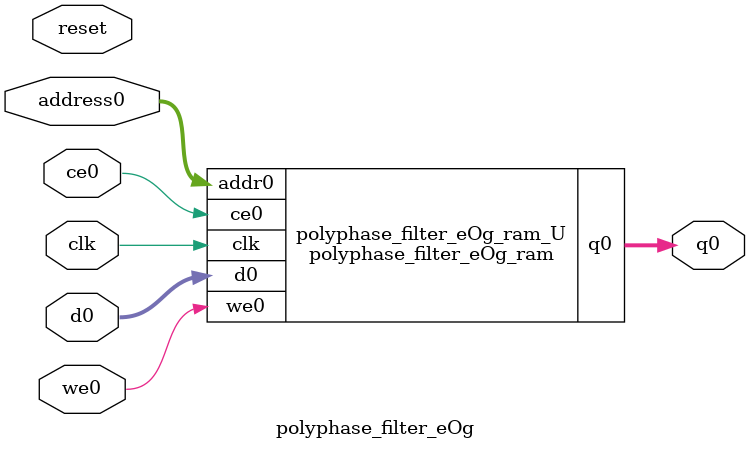
<source format=v>
`timescale 1 ns / 1 ps
module polyphase_filter_eOg_ram (addr0, ce0, d0, we0, q0,  clk);

parameter DWIDTH = 32;
parameter AWIDTH = 5;
parameter MEM_SIZE = 32;

input[AWIDTH-1:0] addr0;
input ce0;
input[DWIDTH-1:0] d0;
input we0;
output reg[DWIDTH-1:0] q0;
input clk;

(* ram_style = "block" *)reg [DWIDTH-1:0] ram[0:MEM_SIZE-1];




always @(posedge clk)  
begin 
    if (ce0) begin
        if (we0) 
            ram[addr0] <= d0; 
        q0 <= ram[addr0];
    end
end


endmodule

`timescale 1 ns / 1 ps
module polyphase_filter_eOg(
    reset,
    clk,
    address0,
    ce0,
    we0,
    d0,
    q0);

parameter DataWidth = 32'd32;
parameter AddressRange = 32'd32;
parameter AddressWidth = 32'd5;
input reset;
input clk;
input[AddressWidth - 1:0] address0;
input ce0;
input we0;
input[DataWidth - 1:0] d0;
output[DataWidth - 1:0] q0;



polyphase_filter_eOg_ram polyphase_filter_eOg_ram_U(
    .clk( clk ),
    .addr0( address0 ),
    .ce0( ce0 ),
    .we0( we0 ),
    .d0( d0 ),
    .q0( q0 ));

endmodule


</source>
